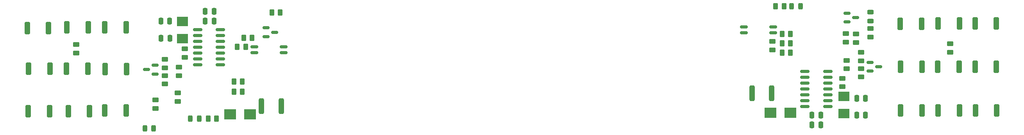
<source format=gbr>
G04 #@! TF.GenerationSoftware,KiCad,Pcbnew,(5.99.0-8941-ge2f8b1a4b1)*
G04 #@! TF.CreationDate,2021-03-10T18:45:48+13:00*
G04 #@! TF.ProjectId,diyBMS-Leaf,64697942-4d53-42d4-9c65-61662e6b6963,2.01*
G04 #@! TF.SameCoordinates,Original*
G04 #@! TF.FileFunction,Paste,Top*
G04 #@! TF.FilePolarity,Positive*
%FSLAX46Y46*%
G04 Gerber Fmt 4.6, Leading zero omitted, Abs format (unit mm)*
G04 Created by KiCad (PCBNEW (5.99.0-8941-ge2f8b1a4b1)) date 2021-03-10 18:45:48*
%MOMM*%
%LPD*%
G01*
G04 APERTURE LIST*
G04 Aperture macros list*
%AMRoundRect*
0 Rectangle with rounded corners*
0 $1 Rounding radius*
0 $2 $3 $4 $5 $6 $7 $8 $9 X,Y pos of 4 corners*
0 Add a 4 corners polygon primitive as box body*
4,1,4,$2,$3,$4,$5,$6,$7,$8,$9,$2,$3,0*
0 Add four circle primitives for the rounded corners*
1,1,$1+$1,$2,$3*
1,1,$1+$1,$4,$5*
1,1,$1+$1,$6,$7*
1,1,$1+$1,$8,$9*
0 Add four rect primitives between the rounded corners*
20,1,$1+$1,$2,$3,$4,$5,0*
20,1,$1+$1,$4,$5,$6,$7,0*
20,1,$1+$1,$6,$7,$8,$9,0*
20,1,$1+$1,$8,$9,$2,$3,0*%
G04 Aperture macros list end*
%ADD10RoundRect,0.243750X0.243750X0.456250X-0.243750X0.456250X-0.243750X-0.456250X0.243750X-0.456250X0*%
%ADD11RoundRect,0.150000X0.587500X0.150000X-0.587500X0.150000X-0.587500X-0.150000X0.587500X-0.150000X0*%
%ADD12RoundRect,0.250000X-0.450000X0.262500X-0.450000X-0.262500X0.450000X-0.262500X0.450000X0.262500X0*%
%ADD13RoundRect,0.250000X0.262500X0.450000X-0.262500X0.450000X-0.262500X-0.450000X0.262500X-0.450000X0*%
%ADD14RoundRect,0.250000X0.450000X-0.262500X0.450000X0.262500X-0.450000X0.262500X-0.450000X-0.262500X0*%
%ADD15RoundRect,0.150000X0.662500X0.150000X-0.662500X0.150000X-0.662500X-0.150000X0.662500X-0.150000X0*%
%ADD16RoundRect,0.150000X-0.825000X-0.150000X0.825000X-0.150000X0.825000X0.150000X-0.825000X0.150000X0*%
%ADD17RoundRect,0.250000X-0.262500X-0.450000X0.262500X-0.450000X0.262500X0.450000X-0.262500X0.450000X0*%
%ADD18RoundRect,0.250000X-0.250000X-0.475000X0.250000X-0.475000X0.250000X0.475000X-0.250000X0.475000X0*%
%ADD19RoundRect,0.150000X-0.662500X-0.150000X0.662500X-0.150000X0.662500X0.150000X-0.662500X0.150000X0*%
%ADD20RoundRect,0.150000X-0.587500X-0.150000X0.587500X-0.150000X0.587500X0.150000X-0.587500X0.150000X0*%
%ADD21RoundRect,0.250000X-0.362500X-1.075000X0.362500X-1.075000X0.362500X1.075000X-0.362500X1.075000X0*%
%ADD22RoundRect,0.250000X0.250000X0.475000X-0.250000X0.475000X-0.250000X-0.475000X0.250000X-0.475000X0*%
%ADD23RoundRect,0.250000X0.362500X1.075000X-0.362500X1.075000X-0.362500X-1.075000X0.362500X-1.075000X0*%
%ADD24RoundRect,0.243750X0.456250X-0.243750X0.456250X0.243750X-0.456250X0.243750X-0.456250X-0.243750X0*%
%ADD25R,2.400000X2.000000*%
%ADD26R,2.500000X2.300000*%
%ADD27RoundRect,0.243750X-0.243750X-0.456250X0.243750X-0.456250X0.243750X0.456250X-0.243750X0.456250X0*%
%ADD28RoundRect,0.250000X-0.312500X-1.450000X0.312500X-1.450000X0.312500X1.450000X-0.312500X1.450000X0*%
%ADD29RoundRect,0.150000X0.825000X0.150000X-0.825000X0.150000X-0.825000X-0.150000X0.825000X-0.150000X0*%
G04 APERTURE END LIST*
D10*
X84037500Y-103900000D03*
X82162500Y-103900000D03*
X74137500Y-106100000D03*
X72262500Y-106100000D03*
D11*
X74537500Y-94250000D03*
X74537500Y-92350000D03*
X72662500Y-93300000D03*
D12*
X57400000Y-87887500D03*
X57400000Y-89712500D03*
D13*
X87812500Y-103900000D03*
X85987500Y-103900000D03*
D12*
X76600000Y-94587500D03*
X76600000Y-96412500D03*
D14*
X76600000Y-92912500D03*
X76600000Y-91087500D03*
D12*
X74600000Y-99887500D03*
X74600000Y-101712500D03*
D15*
X208487500Y-85335000D03*
X208487500Y-84065000D03*
X202112500Y-84065000D03*
X202112500Y-85335000D03*
D16*
X83725000Y-84640000D03*
X83725000Y-85910000D03*
X83725000Y-87180000D03*
X83725000Y-88450000D03*
X83725000Y-89720000D03*
X83725000Y-90990000D03*
X83725000Y-92260000D03*
X88675000Y-92260000D03*
X88675000Y-90990000D03*
X88675000Y-89720000D03*
X88675000Y-88450000D03*
X88675000Y-87180000D03*
X88675000Y-85910000D03*
X88675000Y-84640000D03*
D14*
X79650000Y-94612500D03*
X79650000Y-92787500D03*
D17*
X93687500Y-86400000D03*
X95512500Y-86400000D03*
D14*
X80900000Y-90612500D03*
X80900000Y-88787500D03*
D18*
X85350000Y-82800000D03*
X87250000Y-82800000D03*
D19*
X96012500Y-88365000D03*
X96012500Y-89635000D03*
X102387500Y-89635000D03*
X102387500Y-88365000D03*
D14*
X79400000Y-100212500D03*
X79400000Y-98387500D03*
D17*
X91587500Y-98100000D03*
X93412500Y-98100000D03*
D20*
X98562500Y-84250000D03*
X98562500Y-86150000D03*
X100437500Y-85200000D03*
D12*
X224200000Y-85487500D03*
X224200000Y-87312500D03*
D21*
X55387500Y-84100000D03*
X60012500Y-84100000D03*
D17*
X210387500Y-85600000D03*
X212212500Y-85600000D03*
D22*
X77700000Y-86500000D03*
X75800000Y-86500000D03*
X77650000Y-82800000D03*
X75750000Y-82800000D03*
D12*
X227500000Y-93087500D03*
X227500000Y-94912500D03*
D23*
X256812500Y-83300000D03*
X252187500Y-83300000D03*
D21*
X55287500Y-93100000D03*
X59912500Y-93100000D03*
D24*
X229500000Y-82737500D03*
X229500000Y-80862500D03*
D25*
X223800000Y-99150000D03*
X223800000Y-102850000D03*
D23*
X248812500Y-83300000D03*
X244187500Y-83300000D03*
D26*
X95050000Y-103000000D03*
X90750000Y-103000000D03*
D21*
X63587500Y-102200000D03*
X68212500Y-102200000D03*
D23*
X248712500Y-92700000D03*
X244087500Y-92700000D03*
D20*
X224462500Y-81050000D03*
X224462500Y-82950000D03*
X226337500Y-82000000D03*
D27*
X212462500Y-79600000D03*
X214337500Y-79600000D03*
D23*
X240712500Y-92700000D03*
X236087500Y-92700000D03*
D26*
X212150000Y-102700000D03*
X207850000Y-102700000D03*
D18*
X226550000Y-99500000D03*
X228450000Y-99500000D03*
D23*
X240712500Y-102200000D03*
X236087500Y-102200000D03*
D14*
X227500000Y-91412500D03*
X227500000Y-89587500D03*
D21*
X46987500Y-102300000D03*
X51612500Y-102300000D03*
D23*
X256812500Y-92700000D03*
X252187500Y-92700000D03*
D28*
X97562500Y-101200000D03*
X101837500Y-101200000D03*
D29*
X220275000Y-101310000D03*
X220275000Y-100040000D03*
X220275000Y-98770000D03*
X220275000Y-97500000D03*
X220275000Y-96230000D03*
X220275000Y-94960000D03*
X220275000Y-93690000D03*
X215325000Y-93690000D03*
X215325000Y-94960000D03*
X215325000Y-96230000D03*
X215325000Y-97500000D03*
X215325000Y-98770000D03*
X215325000Y-100040000D03*
X215325000Y-101310000D03*
D28*
X203862500Y-98400000D03*
X208137500Y-98400000D03*
D12*
X223400000Y-95200000D03*
X223400000Y-97025000D03*
D23*
X248812500Y-102200000D03*
X244187500Y-102200000D03*
D21*
X63587500Y-84100000D03*
X68212500Y-84100000D03*
X46787500Y-84300000D03*
X51412500Y-84300000D03*
D14*
X208300000Y-89012500D03*
X208300000Y-87187500D03*
D13*
X212200000Y-87600000D03*
X210375000Y-87600000D03*
D22*
X218750000Y-103200000D03*
X216850000Y-103200000D03*
D18*
X226550000Y-103200000D03*
X228450000Y-103200000D03*
D23*
X240612500Y-83400000D03*
X235987500Y-83400000D03*
D17*
X99787500Y-80900000D03*
X101612500Y-80900000D03*
D13*
X94112500Y-88400000D03*
X92287500Y-88400000D03*
D12*
X224400000Y-91287500D03*
X224400000Y-93112500D03*
D20*
X229462500Y-91750000D03*
X229462500Y-93650000D03*
X231337500Y-92700000D03*
D22*
X218750000Y-105300000D03*
X216850000Y-105300000D03*
D21*
X63687500Y-93200000D03*
X68312500Y-93200000D03*
D12*
X246800000Y-87687500D03*
X246800000Y-89512500D03*
D14*
X226400000Y-87412500D03*
X226400000Y-85587500D03*
D21*
X47087500Y-93100000D03*
X51712500Y-93100000D03*
D25*
X80400000Y-86550000D03*
X80400000Y-82850000D03*
D18*
X85350000Y-80700000D03*
X87250000Y-80700000D03*
D13*
X212200000Y-89600000D03*
X210375000Y-89600000D03*
D21*
X55687500Y-102300000D03*
X60312500Y-102300000D03*
D17*
X208987500Y-79600000D03*
X210812500Y-79600000D03*
D14*
X229500000Y-86212500D03*
X229500000Y-84387500D03*
D17*
X91587500Y-95900000D03*
X93412500Y-95900000D03*
D23*
X256912500Y-102200000D03*
X252287500Y-102200000D03*
M02*

</source>
